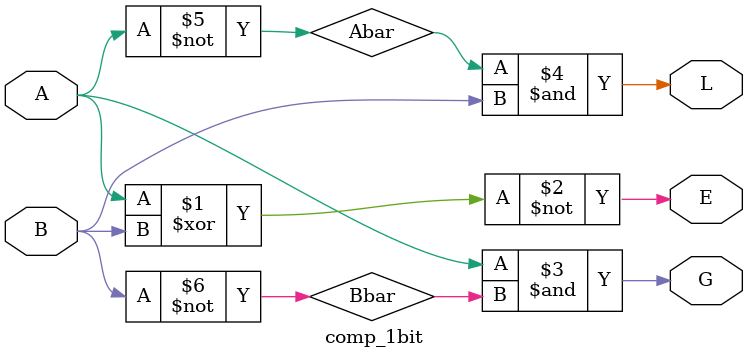
<source format=v>

module comp_4bit( G2,L2,E2,P,Q );
  
  input  [3:0]P,Q;
  output E2,G2,L2;
  
  wire [3:0]e,g,l;
  
  comp_1bit C0 ( g[0],l[0],e[0],P[0],Q[0] );//instantiating 1bit comp.
  comp_1bit C1 ( g[1],l[1],e[1],P[1],Q[1] );
  comp_1bit C2 ( g[2],l[2],e[2],P[2],Q[2] );
  comp_1bit C3 ( g[3],l[3],e[3],P[3],Q[3] );
  
 assign E2=e[0]&e[1]&e[2]&e[3];
 assign G2=g[3]|(e[3]&g[2])|(e[3]&e[2]&g[1])|(e[3]&e[2]&e[1]&g[0]);
 assign L2=l[3]|(e[3]&l[2])|(e[3]&e[2]&l[1])|(e[3]&e[2]&e[1]&l[0]);
  
endmodule

//1bit comparator

module comp_1bit( G, L, E, A, B );
  output G,L,E;
  input A,B;
  wire Bbar,Abar;
  
  not x1(Abar,A);
  not x2(Bbar,B);
  
  
  xnor x3(E,A,B);
  and  x4(G,A,Bbar);
  and  x5(L,Abar,B);
  
  // another way
  //assign E=A~^B; a XNOR b, a equals b
 // assign G=A&~B; a > b
  //assign L=~A&B; a < b
  
endmodule


</source>
